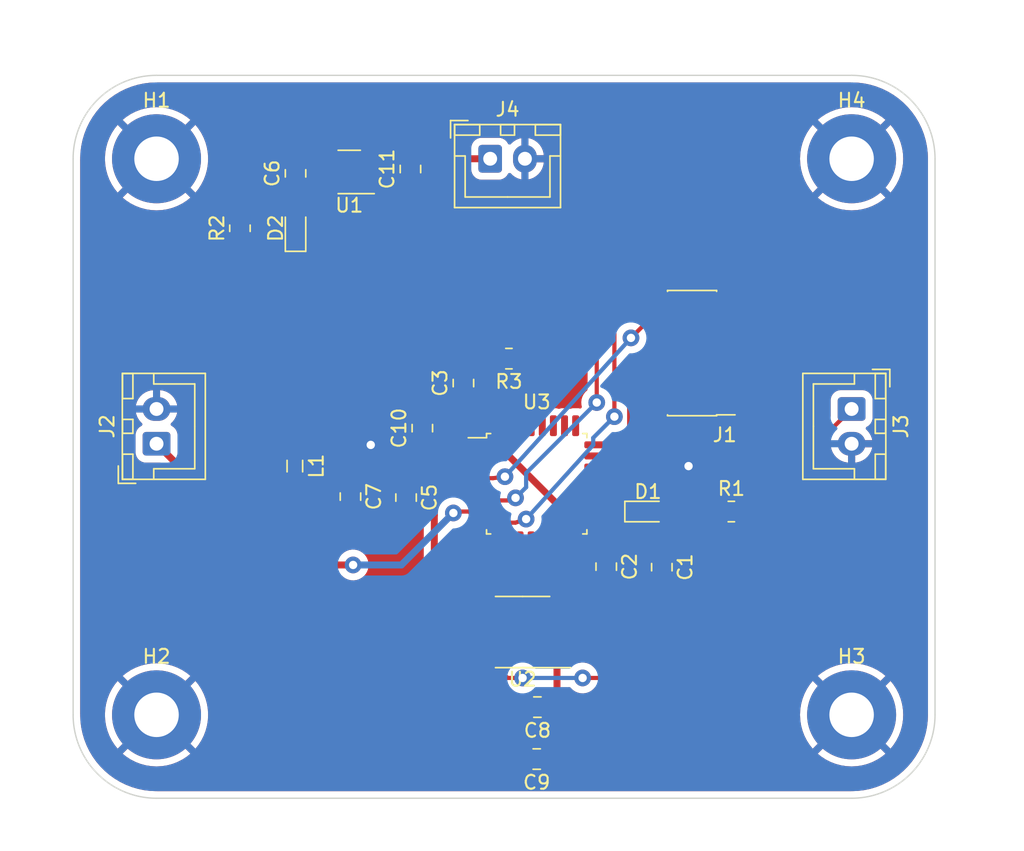
<source format=kicad_pcb>
(kicad_pcb (version 20211014) (generator pcbnew)
  (layers (0 "F.Cu" signal) (31 "B.Cu" signal) (34 "B.Paste" user) (35 "F.Paste" user) (36 "B.SilkS" user "B.Silkscreen") (37 "F.SilkS" user "F.Silkscreen") (38 "B.Mask" user) (39 "F.Mask" user) (44 "Edge.Cuts" user))
  (net 0 "")
  (net 1 "+3.3V")
  (net 2 "GND")
  (net 3 "+3.3VA")
  (net 4 "/BOOT0")
  (net 5 "NRST")
  (net 6 "+5V")
  (net 7 "Net-(D1-Pad1)")
  (net 8 "LED_STATUS")
  (net 9 "Net-(D2-Pad1)")
  (net 12 "SWDIO")
  (net 13 "SWCLK")
  (net 17 "USART2_RX")
  (net 18 "USART2_TX")
  (net 19 "ADC_IN1")
  (net 20 "DAC_OUT")
  (net 22 "DAC_nCS")
  (net 23 "SPI1_SCK")
  (net 24 "SPI1_MOSI")
  (net 25 "DAC_nLDAC")
  (footprint "MountingHole:MountingHole_3.2mm_M3_Pad" (layer "F.Cu") (at 90 80)
    (fp_text reference "H1" (at 0 -4.2) (layer "F.SilkS"))
    (fp_text value "MountingHole_Pad")
    (pad "1" thru_hole circle (at 0 0) (size 6.4 6.4) (drill 3.2) (layers *.Cu *.Mask) (net 2 "GND"))
  )
  (footprint "Connector_PinHeader_1.27mm:PinHeader_2x07_P1.27mm_Vertical_SMD" (layer "F.Cu") (at 128.524 93.98 180)
    (fp_text reference "J1" (at -2.348 -5.883) (layer "F.SilkS"))
    (fp_text value "Conn_02x07_Odd_Even")
    (fp_line (start -1.765 4.505) (end 1.765 4.505) (layer "F.SilkS") (width 0.12))
    (fp_line (start -1.765 -4.505) (end -1.765 -4.44) (layer "F.SilkS") (width 0.12))
    (fp_line (start 1.765 -4.505) (end 1.765 -4.44) (layer "F.SilkS") (width 0.12))
    (fp_line (start -1.765 -4.505) (end 1.765 -4.505) (layer "F.SilkS") (width 0.12))
    (fp_line (start 1.765 4.44) (end 1.765 4.505) (layer "F.SilkS") (width 0.12))
    (fp_line (start -1.765 4.44) (end -1.765 4.505) (layer "F.SilkS") (width 0.12))
    (fp_line (start -3.09 -4.44) (end -1.765 -4.44) (layer "F.SilkS") (width 0.12))
    (pad "1" smd rect (at -1.95 -3.81 180) (size 2.4 0.74) (layers "F.Cu" "F.Paste" "F.Mask"))
    (pad "2" smd rect (at 1.95 -3.81 180) (size 2.4 0.74) (layers "F.Cu" "F.Paste" "F.Mask"))
    (pad "3" smd rect (at -1.95 -2.54 180) (size 2.4 0.74) (layers "F.Cu" "F.Paste" "F.Mask") (net 1 "+3.3V"))
    (pad "4" smd rect (at 1.95 -2.54 180) (size 2.4 0.74) (layers "F.Cu" "F.Paste" "F.Mask") (net 12 "SWDIO"))
    (pad "5" smd rect (at -1.95 -1.27 180) (size 2.4 0.74) (layers "F.Cu" "F.Paste" "F.Mask") (net 2 "GND"))
    (pad "6" smd rect (at 1.95 -1.27 180) (size 2.4 0.74) (layers "F.Cu" "F.Paste" "F.Mask") (net 13 "SWCLK"))
    (pad "7" smd rect (at -1.95 0 180) (size 2.4 0.74) (layers "F.Cu" "F.Paste" "F.Mask") (net 2 "GND"))
    (pad "8" smd rect (at 1.95 0 180) (size 2.4 0.74) (layers "F.Cu" "F.Paste" "F.Mask"))
    (pad "9" smd rect (at -1.95 1.27 180) (size 2.4 0.74) (layers "F.Cu" "F.Paste" "F.Mask"))
    (pad "10" smd rect (at 1.95 1.27 180) (size 2.4 0.74) (layers "F.Cu" "F.Paste" "F.Mask"))
    (pad "11" smd rect (at -1.95 2.54 180) (size 2.4 0.74) (layers "F.Cu" "F.Paste" "F.Mask") (net 2 "GND"))
    (pad "12" smd rect (at 1.95 2.54 180) (size 2.4 0.74) (layers "F.Cu" "F.Paste" "F.Mask") (net 5 "NRST"))
    (pad "13" smd rect (at -1.95 3.81 180) (size 2.4 0.74) (layers "F.Cu" "F.Paste" "F.Mask") (net 17 "USART2_RX"))
    (pad "14" smd rect (at 1.95 3.81 180) (size 2.4 0.74) (layers "F.Cu" "F.Paste" "F.Mask") (net 18 "USART2_TX"))
  )
  (footprint "Capacitor_SMD:C_0805_2012Metric_Pad1.18x1.45mm_HandSolder" (layer "F.Cu") (at 117.348 123.181 180)
    (fp_text reference "C9" (at 0 -1.68) (layer "F.SilkS"))
    (fp_text value "100n")
    (fp_line (start -0.261252 -0.735) (end 0.261252 -0.735) (layer "F.SilkS") (width 0.12))
    (fp_line (start -0.261252 0.735) (end 0.261252 0.735) (layer "F.SilkS") (width 0.12))
    (pad "1" smd roundrect (at -1.0375 0 180) (size 1.175 1.45) (layers "F.Cu" "F.Paste" "F.Mask") (roundrect_rratio 0.212766) (net 3 "+3.3VA"))
    (pad "2" smd roundrect (at 1.0375 0 180) (size 1.175 1.45) (layers "F.Cu" "F.Paste" "F.Mask") (roundrect_rratio 0.212766) (net 2 "GND"))
  )
  (footprint "Connector_JST:JST_XH_B2B-XH-A_1x02_P2.50mm_Vertical" (layer "F.Cu") (at 140 98 -90)
    (fp_text reference "J3" (at 1.25 -3.55 90) (layer "F.SilkS"))
    (fp_text value "OUTPUT")
    (fp_line (start -1.8 -0.2) (end -1.8 2.75) (layer "F.SilkS") (width 0.12))
    (fp_line (start 5.06 3.51) (end 5.06 -2.46) (layer "F.SilkS") (width 0.12))
    (fp_line (start 3.25 -1.7) (end 5.05 -1.7) (layer "F.SilkS") (width 0.12))
    (fp_line (start 4.3 2.75) (end 1.25 2.75) (layer "F.SilkS") (width 0.12))
    (fp_line (start -1.6 -2.75) (end -2.85 -2.75) (layer "F.SilkS") (width 0.12))
    (fp_line (start 5.06 -2.46) (end -2.56 -2.46) (layer "F.SilkS") (width 0.12))
    (fp_line (start -2.55 -2.45) (end -2.55 -1.7) (layer "F.SilkS") (width 0.12))
    (fp_line (start -2.55 -1.7) (end -0.75 -1.7) (layer "F.SilkS") (width 0.12))
    (fp_line (start 5.05 -2.45) (end 3.25 -2.45) (layer "F.SilkS") (width 0.12))
    (fp_line (start 1.75 -2.45) (end 0.75 -2.45) (layer "F.SilkS") (width 0.12))
    (fp_line (start -2.85 -2.75) (end -2.85 -1.5) (layer "F.SilkS") (width 0.12))
    (fp_line (start 0.75 -1.7) (end 1.75 -1.7) (layer "F.SilkS") (width 0.12))
    (fp_line (start 5.05 -0.2) (end 4.3 -0.2) (layer "F.SilkS") (width 0.12))
    (fp_line (start 1.75 -1.7) (end 1.75 -2.45) (layer "F.SilkS") (width 0.12))
    (fp_line (start -2.56 3.51) (end 5.06 3.51) (layer "F.SilkS") (width 0.12))
    (fp_line (start 5.05 -1.7) (end 5.05 -2.45) (layer "F.SilkS") (width 0.12))
    (fp_line (start -2.56 -2.46) (end -2.56 3.51) (layer "F.SilkS") (width 0.12))
    (fp_line (start -0.75 -1.7) (end -0.75 -2.45) (layer "F.SilkS") (width 0.12))
    (fp_line (start 3.25 -2.45) (end 3.25 -1.7) (layer "F.SilkS") (width 0.12))
    (fp_line (start -0.75 -2.45) (end -2.55 -2.45) (layer "F.SilkS") (width 0.12))
    (fp_line (start -2.55 -0.2) (end -1.8 -0.2) (layer "F.SilkS") (width 0.12))
    (fp_line (start -1.8 2.75) (end 1.25 2.75) (layer "F.SilkS") (width 0.12))
    (fp_line (start 4.3 -0.2) (end 4.3 2.75) (layer "F.SilkS") (width 0.12))
    (fp_line (start 0.75 -2.45) (end 0.75 -1.7) (layer "F.SilkS") (width 0.12))
    (pad "1" thru_hole roundrect (at 0 0 270) (size 1.7 2) (drill 1) (layers *.Cu *.Mask) (roundrect_rratio 0.147059) (net 20 "DAC_OUT"))
    (pad "2" thru_hole oval (at 2.5 0 270) (size 1.7 2) (drill 1) (layers *.Cu *.Mask) (net 2 "GND"))
  )
  (footprint "Capacitor_SMD:C_0805_2012Metric_Pad1.18x1.45mm_HandSolder" (layer "F.Cu") (at 103.95 104.3025 -90)
    (fp_text reference "C7" (at 0 -1.68 90) (layer "F.SilkS"))
    (fp_text value "10n")
    (fp_line (start -0.261252 -0.735) (end 0.261252 -0.735) (layer "F.SilkS") (width 0.12))
    (fp_line (start -0.261252 0.735) (end 0.261252 0.735) (layer "F.SilkS") (width 0.12))
    (pad "1" smd roundrect (at -1.0375 0 270) (size 1.175 1.45) (layers "F.Cu" "F.Paste" "F.Mask") (roundrect_rratio 0.212766) (net 3 "+3.3VA"))
    (pad "2" smd roundrect (at 1.0375 0 270) (size 1.175 1.45) (layers "F.Cu" "F.Paste" "F.Mask") (roundrect_rratio 0.212766) (net 2 "GND"))
  )
  (footprint "MountingHole:MountingHole_3.2mm_M3_Pad" (layer "F.Cu") (at 140 80)
    (fp_text reference "H4" (at 0 -4.2) (layer "F.SilkS"))
    (fp_text value "MountingHole_Pad")
    (pad "1" thru_hole circle (at 0 0) (size 6.4 6.4) (drill 3.2) (layers *.Cu *.Mask) (net 2 "GND"))
  )
  (footprint "Package_SO:SOIC-8_3.9x4.9mm_P1.27mm" (layer "F.Cu") (at 116.332 114.046 180)
    (fp_text reference "U2" (at 0 -3.4) (layer "F.SilkS"))
    (fp_text value "MCP4801")
    (fp_line (start 0 2.56) (end 1.95 2.56) (layer "F.SilkS") (width 0.12))
    (fp_line (start 0 -2.56) (end 1.95 -2.56) (layer "F.SilkS") (width 0.12))
    (fp_line (start 0 2.56) (end -1.95 2.56) (layer "F.SilkS") (width 0.12))
    (fp_line (start 0 -2.56) (end -3.45 -2.56) (layer "F.SilkS") (width 0.12))
    (pad "1" smd roundrect (at -2.475 -1.905 180) (size 1.95 0.6) (layers "F.Cu" "F.Paste" "F.Mask") (net 3 "+3.3VA"))
    (pad "2" smd roundrect (at -2.475 -0.635 180) (size 1.95 0.6) (layers "F.Cu" "F.Paste" "F.Mask") (net 22 "DAC_nCS"))
    (pad "3" smd roundrect (at -2.475 0.635 180) (size 1.95 0.6) (layers "F.Cu" "F.Paste" "F.Mask") (net 23 "SPI1_SCK"))
    (pad "4" smd roundrect (at -2.475 1.905 180) (size 1.95 0.6) (layers "F.Cu" "F.Paste" "F.Mask") (net 24 "SPI1_MOSI"))
    (pad "5" smd roundrect (at 2.475 1.905 180) (size 1.95 0.6) (layers "F.Cu" "F.Paste" "F.Mask") (net 25 "DAC_nLDAC"))
    (pad "6" smd roundrect (at 2.475 0.635 180) (size 1.95 0.6) (layers "F.Cu" "F.Paste" "F.Mask") (net 3 "+3.3VA"))
    (pad "7" smd roundrect (at 2.475 -0.635 180) (size 1.95 0.6) (layers "F.Cu" "F.Paste" "F.Mask") (net 2 "GND"))
    (pad "8" smd roundrect (at 2.475 -1.905 180) (size 1.95 0.6) (layers "F.Cu" "F.Paste" "F.Mask") (net 20 "DAC_OUT"))
  )
  (footprint "Package_QFP:LQFP-32_7x7mm_P0.8mm" (layer "F.Cu") (at 117.348 103.378)
    (fp_text reference "U3" (at 0 -5.88) (layer "F.SilkS"))
    (fp_text value "STM32L021K4Tx")
    (fp_line (start -3.61 3.61) (end -3.61 3.31) (layer "F.SilkS") (width 0.12))
    (fp_line (start 3.61 3.61) (end 3.61 3.31) (layer "F.SilkS") (width 0.12))
    (fp_line (start -3.31 -3.61) (end -3.61 -3.61) (layer "F.SilkS") (width 0.12))
    (fp_line (start -3.61 -3.31) (end -4.925 -3.31) (layer "F.SilkS") (width 0.12))
    (fp_line (start -3.61 -3.61) (end -3.61 -3.31) (layer "F.SilkS") (width 0.12))
    (fp_line (start 3.31 -3.61) (end 3.61 -3.61) (layer "F.SilkS") (width 0.12))
    (fp_line (start 3.31 3.61) (end 3.61 3.61) (layer "F.SilkS") (width 0.12))
    (fp_line (start -3.31 3.61) (end -3.61 3.61) (layer "F.SilkS") (width 0.12))
    (fp_line (start 3.61 -3.61) (end 3.61 -3.31) (layer "F.SilkS") (width 0.12))
    (pad "1" smd roundrect (at -4.175 -2.8) (size 1.5 0.5) (layers "F.Cu" "F.Paste" "F.Mask") (net 1 "+3.3V"))
    (pad "2" smd roundrect (at -4.175 -2) (size 1.5 0.5) (layers "F.Cu" "F.Paste" "F.Mask"))
    (pad "3" smd roundrect (at -4.175 -1.2) (size 1.5 0.5) (layers "F.Cu" "F.Paste" "F.Mask"))
    (pad "4" smd roundrect (at -4.175 -0.4) (size 1.5 0.5) (layers "F.Cu" "F.Paste" "F.Mask") (net 5 "NRST"))
    (pad "5" smd roundrect (at -4.175 0.4) (size 1.5 0.5) (layers "F.Cu" "F.Paste" "F.Mask") (net 3 "+3.3VA"))
    (pad "6" smd roundrect (at -4.175 1.2) (size 1.5 0.5) (layers "F.Cu" "F.Paste" "F.Mask") (net 17 "USART2_RX"))
    (pad "7" smd roundrect (at -4.175 2) (size 1.5 0.5) (layers "F.Cu" "F.Paste" "F.Mask") (net 19 "ADC_IN1"))
    (pad "8" smd roundrect (at -4.175 2.8) (size 1.5 0.5) (layers "F.Cu" "F.Paste" "F.Mask") (net 18 "USART2_TX"))
    (pad "9" smd roundrect (at -2.8 4.175) (size 0.5 1.5) (layers "F.Cu" "F.Paste" "F.Mask") (net 25 "DAC_nLDAC"))
    (pad "10" smd roundrect (at -2 4.175) (size 0.5 1.5) (layers "F.Cu" "F.Paste" "F.Mask") (net 22 "DAC_nCS"))
    (pad "11" smd roundrect (at -1.2 4.175) (size 0.5 1.5) (layers "F.Cu" "F.Paste" "F.Mask") (net 23 "SPI1_SCK"))
    (pad "12" smd roundrect (at -0.4 4.175) (size 0.5 1.5) (layers "F.Cu" "F.Paste" "F.Mask"))
    (pad "13" smd roundrect (at 0.4 4.175) (size 0.5 1.5) (layers "F.Cu" "F.Paste" "F.Mask") (net 24 "SPI1_MOSI"))
    (pad "14" smd roundrect (at 1.2 4.175) (size 0.5 1.5) (layers "F.Cu" "F.Paste" "F.Mask"))
    (pad "15" smd roundrect (at 2 4.175) (size 0.5 1.5) (layers "F.Cu" "F.Paste" "F.Mask"))
    (pad "16" smd roundrect (at 2.8 4.175) (size 0.5 1.5) (layers "F.Cu" "F.Paste" "F.Mask") (net 2 "GND"))
    (pad "17" smd roundrect (at 4.175 2.8) (size 1.5 0.5) (layers "F.Cu" "F.Paste" "F.Mask") (net 1 "+3.3V"))
    (pad "18" smd roundrect (at 4.175 2) (size 1.5 0.5) (layers "F.Cu" "F.Paste" "F.Mask") (net 8 "LED_STATUS"))
    (pad "19" smd roundrect (at 4.175 1.2) (size 1.5 0.5) (layers "F.Cu" "F.Paste" "F.Mask"))
    (pad "20" smd roundrect (at 4.175 0.4) (size 1.5 0.5) (layers "F.Cu" "F.Paste" "F.Mask"))
    (pad "21" smd roundrect (at 4.175 -0.4) (size 1.5 0.5) (layers "F.Cu" "F.Paste" "F.Mask"))
    (pad "22" smd roundrect (at 4.175 -1.2) (size 1.5 0.5) (layers "F.Cu" "F.Paste" "F.Mask"))
    (pad "23" smd roundrect (at 4.175 -2) (size 1.5 0.5) (layers "F.Cu" "F.Paste" "F.Mask") (net 12 "SWDIO"))
    (pad "24" smd roundrect (at 4.175 -2.8) (size 1.5 0.5) (layers "F.Cu" "F.Paste" "F.Mask") (net 13 "SWCLK"))
    (pad "25" smd roundrect (at 2.8 -4.175) (size 0.5 1.5) (layers "F.Cu" "F.Paste" "F.Mask"))
    (pad "26" smd roundrect (at 2 -4.175) (size 0.5 1.5) (layers "F.Cu" "F.Paste" "F.Mask"))
    (pad "27" smd roundrect (at 1.2 -4.175) (size 0.5 1.5) (layers "F.Cu" "F.Paste" "F.Mask"))
    (pad "28" smd roundrect (at 0.4 -4.175) (size 0.5 1.5) (layers "F.Cu" "F.Paste" "F.Mask"))
    (pad "29" smd roundrect (at -0.4 -4.175) (size 0.5 1.5) (layers "F.Cu" "F.Paste" "F.Mask"))
    (pad "30" smd roundrect (at -1.2 -4.175) (size 0.5 1.5) (layers "F.Cu" "F.Paste" "F.Mask"))
    (pad "31" smd roundrect (at -2 -4.175) (size 0.5 1.5) (layers "F.Cu" "F.Paste" "F.Mask") (net 4 "/BOOT0"))
    (pad "32" smd roundrect (at -2.8 -4.175) (size 0.5 1.5) (layers "F.Cu" "F.Paste" "F.Mask") (net 2 "GND"))
  )
  (footprint "Capacitor_SMD:C_0805_2012Metric_Pad1.18x1.45mm_HandSolder" (layer "F.Cu") (at 107.95 104.3725 -90)
    (fp_text reference "C5" (at 0 -1.68 90) (layer "F.SilkS"))
    (fp_text value "1u")
    (fp_line (start -0.261252 0.735) (end 0.261252 0.735) (layer "F.SilkS") (width 0.12))
    (fp_line (start -0.261252 -0.735) (end 0.261252 -0.735) (layer "F.SilkS") (width 0.12))
    (pad "1" smd roundrect (at -1.0375 0 270) (size 1.175 1.45) (layers "F.Cu" "F.Paste" "F.Mask") (roundrect_rratio 0.212766) (net 3 "+3.3VA"))
    (pad "2" smd roundrect (at 1.0375 0 270) (size 1.175 1.45) (layers "F.Cu" "F.Paste" "F.Mask") (roundrect_rratio 0.212766) (net 2 "GND"))
  )
  (footprint "Capacitor_SMD:C_0805_2012Metric_Pad1.18x1.45mm_HandSolder" (layer "F.Cu") (at 126.348 109.378 -90)
    (fp_text reference "C1" (at 0 -1.68 90) (layer "F.SilkS"))
    (fp_text value "4u7")
    (fp_line (start -0.261252 -0.735) (end 0.261252 -0.735) (layer "F.SilkS") (width 0.12))
    (fp_line (start -0.261252 0.735) (end 0.261252 0.735) (layer "F.SilkS") (width 0.12))
    (pad "1" smd roundrect (at -1.0375 0 270) (size 1.175 1.45) (layers "F.Cu" "F.Paste" "F.Mask") (roundrect_rratio 0.212766) (net 1 "+3.3V"))
    (pad "2" smd roundrect (at 1.0375 0 270) (size 1.175 1.45) (layers "F.Cu" "F.Paste" "F.Mask") (roundrect_rratio 0.212766) (net 2 "GND"))
  )
  (footprint "LED_SMD:LED_0603_1608Metric_Pad1.05x0.95mm_HandSolder" (layer "F.Cu") (at 125.348 105.378)
    (fp_text reference "D1" (at 0 -1.43) (layer "F.SilkS"))
    (fp_text value "ORANGE_TLMO110-GS8")
    (fp_line (start -1.66 0.735) (end 0.8 0.735) (layer "F.SilkS") (width 0.12))
    (fp_line (start -1.66 -0.735) (end -1.66 0.735) (layer "F.SilkS") (width 0.12))
    (fp_line (start 0.8 -0.735) (end -1.66 -0.735) (layer "F.SilkS") (width 0.12))
    (pad "1" smd roundrect (at -0.875 0) (size 1.05 0.95) (layers "F.Cu" "F.Paste" "F.Mask") (net 7 "Net-(D1-Pad1)"))
    (pad "2" smd roundrect (at 0.875 0) (size 1.05 0.95) (layers "F.Cu" "F.Paste" "F.Mask") (net 8 "LED_STATUS"))
  )
  (footprint "Capacitor_SMD:C_0805_2012Metric_Pad1.18x1.45mm_HandSolder" (layer "F.Cu") (at 112.076 96.136 90)
    (fp_text reference "C3" (at 0 -1.68 90) (layer "F.SilkS"))
    (fp_text value "100n")
    (fp_line (start -0.261252 -0.735) (end 0.261252 -0.735) (layer "F.SilkS") (width 0.12))
    (fp_line (start -0.261252 0.735) (end 0.261252 0.735) (layer "F.SilkS") (width 0.12))
    (pad "1" smd roundrect (at -1.0375 0 90) (size 1.175 1.45) (layers "F.Cu" "F.Paste" "F.Mask") (roundrect_rratio 0.212766) (net 1 "+3.3V"))
    (pad "2" smd roundrect (at 1.0375 0 90) (size 1.175 1.45) (layers "F.Cu" "F.Paste" "F.Mask") (roundrect_rratio 0.212766) (net 2 "GND"))
  )
  (footprint "Package_TO_SOT_SMD:SOT-23-5" (layer "F.Cu") (at 103.8625 80.95 180)
    (fp_text reference "U1" (at 0 -2.4) (layer "F.SilkS"))
    (fp_text value "BU33SD5WG-TR")
    (fp_line (start 0 1.56) (end 0.8 1.56) (layer "F.SilkS") (width 0.12))
    (fp_line (start 0 1.56) (end -0.8 1.56) (layer "F.SilkS") (width 0.12))
    (fp_line (start 0 -1.56) (end -1.8 -1.56) (layer "F.SilkS") (width 0.12))
    (fp_line (start 0 -1.56) (end 0.8 -1.56) (layer "F.SilkS") (width 0.12))
    (pad "1" smd roundrect (at -1.1375 -0.95 180) (size 1.325 0.6) (layers "F.Cu" "F.Paste" "F.Mask") (net 6 "+5V"))
    (pad "2" smd roundrect (at -1.1375 0 180) (size 1.325 0.6) (layers "F.Cu" "F.Paste" "F.Mask") (net 2 "GND"))
    (pad "3" smd roundrect (at -1.1375 0.95 180) (size 1.325 0.6) (layers "F.Cu" "F.Paste" "F.Mask") (net 6 "+5V"))
    (pad "4" smd roundrect (at 1.1375 0.95 180) (size 1.325 0.6) (layers "F.Cu" "F.Paste" "F.Mask"))
    (pad "5" smd roundrect (at 1.1375 -0.95 180) (size 1.325 0.6) (layers "F.Cu" "F.Paste" "F.Mask") (net 1 "+3.3V"))
  )
  (footprint "Connector_JST:JST_XH_B2B-XH-A_1x02_P2.50mm_Vertical" (layer "F.Cu") (at 114 80)
    (fp_text reference "J4" (at 1.25 -3.55) (layer "F.SilkS"))
    (fp_text value "POWER")
    (fp_line (start 0.75 -2.45) (end 0.75 -1.7) (layer "F.SilkS") (width 0.12))
    (fp_line (start -2.56 3.51) (end 5.06 3.51) (layer "F.SilkS") (width 0.12))
    (fp_line (start -2.55 -1.7) (end -0.75 -1.7) (layer "F.SilkS") (width 0.12))
    (fp_line (start 5.05 -0.2) (end 4.3 -0.2) (layer "F.SilkS") (width 0.12))
    (fp_line (start -1.8 -0.2) (end -1.8 2.75) (layer "F.SilkS") (width 0.12))
    (fp_line (start 5.06 -2.46) (end -2.56 -2.46) (layer "F.SilkS") (width 0.12))
    (fp_line (start 1.75 -1.7) (end 1.75 -2.45) (layer "F.SilkS") (width 0.12))
    (fp_line (start -2.56 -2.46) (end -2.56 3.51) (layer "F.SilkS") (width 0.12))
    (fp_line (start 3.25 -1.7) (end 5.05 -1.7) (layer "F.SilkS") (width 0.12))
    (fp_line (start 1.75 -2.45) (end 0.75 -2.45) (layer "F.SilkS") (width 0.12))
    (fp_line (start -2.55 -0.2) (end -1.8 -0.2) (layer "F.SilkS") (width 0.12))
    (fp_line (start -1.6 -2.75) (end -2.85 -2.75) (layer "F.SilkS") (width 0.12))
    (fp_line (start -2.55 -2.45) (end -2.55 -1.7) (layer "F.SilkS") (width 0.12))
    (fp_line (start 0.75 -1.7) (end 1.75 -1.7) (layer "F.SilkS") (width 0.12))
    (fp_line (start -1.8 2.75) (end 1.25 2.75) (layer "F.SilkS") (width 0.12))
    (fp_line (start -0.75 -1.7) (end -0.75 -2.45) (layer "F.SilkS") (width 0.12))
    (fp_line (start 5.06 3.51) (end 5.06 -2.46) (layer "F.SilkS") (width 0.12))
    (fp_line (start 5.05 -1.7) (end 5.05 -2.45) (layer "F.SilkS") (width 0.12))
    (fp_line (start 4.3 2.75) (end 1.25 2.75) (layer "F.SilkS") (width 0.12))
    (fp_line (start -2.85 -2.75) (end -2.85 -1.5) (layer "F.SilkS") (width 0.12))
    (fp_line (start 5.05 -2.45) (end 3.25 -2.45) (layer "F.SilkS") (width 0.12))
    (fp_line (start -0.75 -2.45) (end -2.55 -2.45) (layer "F.SilkS") (width 0.12))
    (fp_line (start 3.25 -2.45) (end 3.25 -1.7) (layer "F.SilkS") (width 0.12))
    (fp_line (start 4.3 -0.2) (end 4.3 2.75) (layer "F.SilkS") (width 0.12))
    (pad "1" thru_hole roundrect (at 0 0) (size 1.7 2) (drill 1) (layers *.Cu *.Mask) (roundrect_rratio 0.147059) (net 6 "+5V"))
    (pad "2" thru_hole oval (at 2.5 0) (size 1.7 2) (drill 1) (layers *.Cu *.Mask) (net 2 "GND"))
  )
  (footprint "Inductor_SMD:L_0805_2012Metric_Pad1.05x1.20mm_HandSolder" (layer "F.Cu") (at 99.95 102.108 -90)
    (fp_text reference "L1" (at 0 -1.55 90) (layer "F.SilkS"))
    (fp_text value "39n")
    (fp_line (start -0.410242 0.56) (end 0.410242 0.56) (layer "F.SilkS") (width 0.12))
    (fp_line (start -0.410242 -0.56) (end 0.410242 -0.56) (layer "F.SilkS") (width 0.12))
    (pad "1" smd roundrect (at -1.15 0 270) (size 1.05 1.2) (layers "F.Cu" "F.Paste" "F.Mask") (roundrect_rratio 0.238095) (net 1 "+3.3V"))
    (pad "2" smd roundrect (at 1.15 0 270) (size 1.05 1.2) (layers "F.Cu" "F.Paste" "F.Mask") (roundrect_rratio 0.238095) (net 3 "+3.3VA"))
  )
  (footprint "Capacitor_SMD:C_0805_2012Metric_Pad1.18x1.45mm_HandSolder" (layer "F.Cu") (at 122.348 109.3405 -90)
    (fp_text reference "C2" (at 0 -1.68 90) (layer "F.SilkS"))
    (fp_text value "100n")
    (fp_line (start -0.261252 -0.735) (end 0.261252 -0.735) (layer "F.SilkS") (width 0.12))
    (fp_line (start -0.261252 0.735) (end 0.261252 0.735) (layer "F.SilkS") (width 0.12))
    (pad "1" smd roundrect (at -1.0375 0 270) (size 1.175 1.45) (layers "F.Cu" "F.Paste" "F.Mask") (roundrect_rratio 0.212766) (net 1 "+3.3V"))
    (pad "2" smd roundrect (at 1.0375 0 270) (size 1.175 1.45) (layers "F.Cu" "F.Paste" "F.Mask") (roundrect_rratio 0.212766) (net 2 "GND"))
  )
  (footprint "Resistor_SMD:R_0805_2012Metric_Pad1.20x1.40mm_HandSolder" (layer "F.Cu") (at 131.348 105.378)
    (fp_text reference "R1" (at 0 -1.65) (layer "F.SilkS"))
    (fp_text value "1k")
    (fp_line (start -0.227064 -0.735) (end 0.227064 -0.735) (layer "F.SilkS") (width 0.12))
    (fp_line (start -0.227064 0.735) (end 0.227064 0.735) (layer "F.SilkS") (width 0.12))
    (pad "1" smd roundrect (at -1 0) (size 1.2 1.4) (layers "F.Cu" "F.Paste" "F.Mask") (roundrect_rratio 0.208333) (net 7 "Net-(D1-Pad1)"))
    (pad "2" smd roundrect (at 1 0) (size 1.2 1.4) (layers "F.Cu" "F.Paste" "F.Mask") (roundrect_rratio 0.208333) (net 2 "GND"))
  )
  (footprint "Connector_JST:JST_XH_B2B-XH-A_1x02_P2.50mm_Vertical" (layer "F.Cu") (at 90 100.5 90)
    (fp_text reference "J2" (at 1.25 -3.55 90) (layer "F.SilkS"))
    (fp_text value "INPUT")
    (fp_line (start 4.3 -0.2) (end 4.3 2.75) (layer "F.SilkS") (width 0.12))
    (fp_line (start -2.55 -2.45) (end -2.55 -1.7) (layer "F.SilkS") (width 0.12))
    (fp_line (start -2.56 3.51) (end 5.06 3.51) (layer "F.SilkS") (width 0.12))
    (fp_line (start -0.75 -1.7) (end -0.75 -2.45) (layer "F.SilkS") (width 0.12))
    (fp_line (start 5.05 -1.7) (end 5.05 -2.45) (layer "F.SilkS") (width 0.12))
    (fp_line (start 5.05 -2.45) (end 3.25 -2.45) (layer "F.SilkS") (width 0.12))
    (fp_line (start -1.6 -2.75) (end -2.85 -2.75) (layer "F.SilkS") (width 0.12))
    (fp_line (start 3.25 -1.7) (end 5.05 -1.7) (layer "F.SilkS") (width 0.12))
    (fp_line (start -2.55 -1.7) (end -0.75 -1.7) (layer "F.SilkS") (width 0.12))
    (fp_line (start 0.75 -2.45) (end 0.75 -1.7) (layer "F.SilkS") (width 0.12))
    (fp_line (start 1.75 -2.45) (end 0.75 -2.45) (layer "F.SilkS") (width 0.12))
    (fp_line (start 5.05 -0.2) (end 4.3 -0.2) (layer "F.SilkS") (width 0.12))
    (fp_line (start -0.75 -2.45) (end -2.55 -2.45) (layer "F.SilkS") (width 0.12))
    (fp_line (start 1.75 -1.7) (end 1.75 -2.45) (layer "F.SilkS") (width 0.12))
    (fp_line (start 0.75 -1.7) (end 1.75 -1.7) (layer "F.SilkS") (width 0.12))
    (fp_line (start -2.55 -0.2) (end -1.8 -0.2) (layer "F.SilkS") (width 0.12))
    (fp_line (start 4.3 2.75) (end 1.25 2.75) (layer "F.SilkS") (width 0.12))
    (fp_line (start 5.06 3.51) (end 5.06 -2.46) (layer "F.SilkS") (width 0.12))
    (fp_line (start 5.06 -2.46) (end -2.56 -2.46) (layer "F.SilkS") (width 0.12))
    (fp_line (start -2.85 -2.75) (end -2.85 -1.5) (layer "F.SilkS") (width 0.12))
    (fp_line (start -1.8 -0.2) (end -1.8 2.75) (layer "F.SilkS") (width 0.12))
    (fp_line (start -1.8 2.75) (end 1.25 2.75) (layer "F.SilkS") (width 0.12))
    (fp_line (start 3.25 -2.45) (end 3.25 -1.7) (layer "F.SilkS") (width 0.12))
    (fp_line (start -2.56 -2.46) (end -2.56 3.51) (layer "F.SilkS") (width 0.12))
    (pad "1" thru_hole roundrect (at 0 0 90) (size 1.7 2) (drill 1) (layers *.Cu *.Mask) (roundrect_rratio 0.147059) (net 19 "ADC_IN1"))
    (pad "2" thru_hole oval (at 2.5 0 90) (size 1.7 2) (drill 1) (layers *.Cu *.Mask) (net 2 "GND"))
  )
  (footprint "Capacitor_SMD:C_0805_2012Metric_Pad1.18x1.45mm_HandSolder" (layer "F.Cu") (at 109.1205 99.378 90)
    (fp_text reference "C10" (at 0 -1.68 90) (layer "F.SilkS"))
    (fp_text value "100n")
    (fp_line (start -0.261252 -0.735) (end 0.261252 -0.735) (layer "F.SilkS") (width 0.12))
    (fp_line (start -0.261252 0.735) (end 0.261252 0.735) (layer "F.SilkS") (width 0.12))
    (pad "1" smd roundrect (at -1.0375 0 90) (size 1.175 1.45) (layers "F.Cu" "F.Paste" "F.Mask") (roundrect_rratio 0.212766) (net 5 "NRST"))
    (pad "2" smd roundrect (at 1.0375 0 90) (size 1.175 1.45) (layers "F.Cu" "F.Paste" "F.Mask") (roundrect_rratio 0.212766) (net 2 "GND"))
  )
  (footprint "MountingHole:MountingHole_3.2mm_M3_Pad" (layer "F.Cu") (at 90 120)
    (fp_text reference "H2" (at 0 -4.2) (layer "F.SilkS"))
    (fp_text value "MountingHole_Pad")
    (pad "1" thru_hole circle (at 0 0) (size 6.4 6.4) (drill 3.2) (layers *.Cu *.Mask) (net 2 "GND"))
  )
  (footprint "Capacitor_SMD:C_0805_2012Metric" (layer "F.Cu") (at 117.398 119.446 180)
    (fp_text reference "C8" (at 0 -1.68) (layer "F.SilkS"))
    (fp_text value "10u")
    (fp_line (start -0.261252 -0.735) (end 0.261252 -0.735) (layer "F.SilkS") (width 0.12))
    (fp_line (start -0.261252 0.735) (end 0.261252 0.735) (layer "F.SilkS") (width 0.12))
    (pad "1" smd roundrect (at -0.95 0 180) (size 1 1.45) (layers "F.Cu" "F.Paste" "F.Mask") (net 3 "+3.3VA"))
    (pad "2" smd roundrect (at 0.95 0 180) (size 1 1.45) (layers "F.Cu" "F.Paste" "F.Mask") (net 2 "GND"))
  )
  (footprint "Capacitor_SMD:C_0805_2012Metric" (layer "F.Cu") (at 108.265 80.738748 90)
    (fp_text reference "C11" (at 0 -1.68 90) (layer "F.SilkS"))
    (fp_text value "1uF")
    (fp_line (start -0.261252 0.735) (end 0.261252 0.735) (layer "F.SilkS") (width 0.12))
    (fp_line (start -0.261252 -0.735) (end 0.261252 -0.735) (layer "F.SilkS") (width 0.12))
    (pad "1" smd roundrect (at -0.95 0 90) (size 1 1.45) (layers "F.Cu" "F.Paste" "F.Mask") (net 6 "+5V"))
    (pad "2" smd roundrect (at 0.95 0 90) (size 1 1.45) (layers "F.Cu" "F.Paste" "F.Mask") (net 2 "GND"))
  )
  (footprint "LED_SMD:LED_0603_1608Metric_Pad1.05x0.95mm_HandSolder" (layer "F.Cu") (at 100 85 90)
    (fp_text reference "D2" (at 0 -1.43 90) (layer "F.SilkS"))
    (fp_text value "GREEN LED")
    (fp_line (start 0.8 -0.735) (end -1.66 -0.735) (layer "F.SilkS") (width 0.12))
    (fp_line (start -1.66 -0.735) (end -1.66 0.735) (layer "F.SilkS") (width 0.12))
    (fp_line (start -1.66 0.735) (end 0.8 0.735) (layer "F.SilkS") (width 0.12))
    (pad "1" smd roundrect (at -0.875 0 90) (size 1.05 0.95) (layers "F.Cu" "F.Paste" "F.Mask") (net 9 "Net-(D2-Pad1)"))
    (pad "2" smd roundrect (at 0.875 0 90) (size 1.05 0.95) (layers "F.Cu" "F.Paste" "F.Mask") (net 1 "+3.3V"))
  )
  (footprint "Resistor_SMD:R_0805_2012Metric_Pad1.20x1.40mm_HandSolder" (layer "F.Cu") (at 96 85 90)
    (fp_text reference "R2" (at 0 -1.65 90) (layer "F.SilkS"))
    (fp_text value "1k")
    (fp_line (start -0.227064 0.735) (end 0.227064 0.735) (layer "F.SilkS") (width 0.12))
    (fp_line (start -0.227064 -0.735) (end 0.227064 -0.735) (layer "F.SilkS") (width 0.12))
    (pad "1" smd roundrect (at -1 0 90) (size 1.2 1.4) (layers "F.Cu" "F.Paste" "F.Mask") (roundrect_rratio 0.208333) (net 9 "Net-(D2-Pad1)"))
    (pad "2" smd roundrect (at 1 0 90) (size 1.2 1.4) (layers "F.Cu" "F.Paste" "F.Mask") (roundrect_rratio 0.208333) (net 2 "GND"))
  )
  (footprint "Resistor_SMD:R_0805_2012Metric_Pad1.20x1.40mm_HandSolder" (layer "F.Cu") (at 115.348 94.378 180)
    (fp_text reference "R3" (at 0 -1.65) (layer "F.SilkS"))
    (fp_text value "100k")
    (fp_line (start -0.227064 -0.735) (end 0.227064 -0.735) (layer "F.SilkS") (width 0.12))
    (fp_line (start -0.227064 0.735) (end 0.227064 0.735) (layer "F.SilkS") (width 0.12))
    (pad "1" smd roundrect (at -1 0 180) (size 1.2 1.4) (layers "F.Cu" "F.Paste" "F.Mask") (roundrect_rratio 0.208333) (net 4 "/BOOT0"))
    (pad "2" smd roundrect (at 1 0 180) (size 1.2 1.4) (layers "F.Cu" "F.Paste" "F.Mask") (roundrect_rratio 0.208333) (net 2 "GND"))
  )
  (footprint "MountingHole:MountingHole_3.2mm_M3_Pad" (layer "F.Cu") (at 140 120)
    (fp_text reference "H3" (at 0 -4.2) (layer "F.SilkS"))
    (fp_text value "MountingHole_Pad")
    (pad "1" thru_hole circle (at 0 0) (size 6.4 6.4) (drill 3.2) (layers *.Cu *.Mask) (net 2 "GND"))
  )
  (footprint "Capacitor_SMD:C_0805_2012Metric" (layer "F.Cu") (at 100 81.05 90)
    (fp_text reference "C6" (at 0 -1.68 90) (layer "F.SilkS"))
    (fp_text value "1uF")
    (fp_line (start -0.261252 0.735) (end 0.261252 0.735) (layer "F.SilkS") (width 0.12))
    (fp_line (start -0.261252 -0.735) (end 0.261252 -0.735) (layer "F.SilkS") (width 0.12))
    (pad "1" smd roundrect (at -0.95 0 90) (size 1 1.45) (layers "F.Cu" "F.Paste" "F.Mask") (net 1 "+3.3V"))
    (pad "2" smd roundrect (at 0.95 0 90) (size 1 1.45) (layers "F.Cu" "F.Paste" "F.Mask") (net 2 "GND"))
  )
  (gr_line (start 90 74) (end 140 74) (layer "Edge.Cuts") (width 0.1))
  (gr_line (start 140 126) (end 90 126) (layer "Edge.Cuts") (width 0.1))
  (gr_arc (start 140 74) (mid 144.242641 75.757359) (end 146 80) (layer "Edge.Cuts") (width 0.1))
  (gr_line (start 146 80) (end 146 120) (layer "Edge.Cuts") (width 0.1))
  (gr_arc (start 84 80) (mid 85.757359 75.757359) (end 90 74) (layer "Edge.Cuts") (width 0.1))
  (gr_arc (start 146 120) (mid 144.242641 124.242641) (end 140 126) (layer "Edge.Cuts") (width 0.1))
  (gr_line (start 84 120) (end 84 80) (layer "Edge.Cuts") (width 0.1))
  (gr_arc (start 90 126) (mid 85.757359 124.242641) (end 84 120) (layer "Edge.Cuts") (width 0.1))
  (gr_text "THOMAS Farima\nNOYON Yaëlle" (at 103.6 121) (layer "F.Cu") (effects (font (size 1.5 1.5) (thickness 0.3))))
  (segment (start 106.3175 88.2835) (end 106.3175 97.1735) (width 0.5) (layer "F.Cu") (net 1))
  (segment (start 114.548 100.578) (end 113.173 100.578) (width 0.5) (layer "F.Cu") (net 1))
  (segment (start 132.7595 108.3405) (end 126.348 108.3405) (width 0.5) (layer "F.Cu") (net 1))
  (segment (start 100 84.125) (end 100 82) (width 0.5) (layer "F.Cu") (net 1))
  (segment (start 130.474 96.52) (end 131.674 96.52) (width 0.5) (layer "F.Cu") (net 1))
  (segment (start 122.348 108.303) (end 122.348 107.003) (width 0.5) (layer "F.Cu") (net 1))
  (segment (start 134.2 106.9) (end 132.7595 108.3405) (width 0.5) (layer "F.Cu") (net 1))
  (segment (start 120.148 106.178) (end 114.548 100.578) (width 0.5) (layer "F.Cu") (net 1))
  (segment (start 122.3855 108.3405) (end 122.348 108.303) (width 0.5) (layer "F.Cu") (net 1))
  (segment (start 99.95 100.958) (end 99.95 98.678) (width 0.5) (layer "F.Cu") (net 1))
  (segment (start 121.523 106.178) (end 120.148 106.178) (width 0.5) (layer "F.Cu") (net 1))
  (segment (start 134.2 99.046) (end 134.2 106.9) (width 0.5) (layer "F.Cu") (net 1))
  (segment (start 100 82) (end 102.625 82) (width 0.5) (layer "F.Cu") (net 1))
  (segment (start 99.95 98.678) (end 101.4545 97.1735) (width 0.5) (layer "F.Cu") (net 1))
  (segment (start 126.348 108.3405) (end 122.3855 108.3405) (width 0.5) (layer "F.Cu") (net 1))
  (segment (start 102.625 82) (end 102.725 81.9) (width 0.5) (layer "F.Cu") (net 1))
  (segment (start 112.076 97.1735) (end 106.3175 97.1735) (width 0.5) (layer "F.Cu") (net 1))
  (segment (start 101.4545 97.1735) (end 106.3175 97.1735) (width 0.5) (layer "F.Cu") (net 1))
  (segment (start 112.076 97.1735) (end 112.076 99.481) (width 0.5) (layer "F.Cu") (net 1))
  (segment (start 112.076 99.481) (end 113.173 100.578) (width 0.5) (layer "F.Cu") (net 1))
  (segment (start 122.348 107.003) (end 121.523 106.178) (width 0.5) (layer "F.Cu") (net 1))
  (segment (start 100 84.125) (end 102.159 84.125) (width 0.5) (layer "F.Cu") (net 1))
  (segment (start 102.159 84.125) (end 106.3175 88.2835) (width 0.5) (layer "F.Cu") (net 1))
  (segment (start 131.674 96.52) (end 134.2 99.046) (width 0.5) (layer "F.Cu") (net 1))
  (via (at 128.27 102.108) (size 1.2) (drill 0.6) (layers "F.Cu" "B.Cu") (net 2))
  (via (at 105.41 100.584) (size 1.2) (drill 0.6) (layers "F.Cu" "B.Cu") (net 2))
  (segment (start 113.173 103.778) (end 110.278 103.778) (width 0.3) (layer "F.Cu") (net 3))
  (segment (start 109.835 103.335) (end 109.235 103.335) (width 0.5) (layer "F.Cu") (net 3))
  (segment (start 118.807 118.987) (end 118.348 119.446) (width 0.5) (layer "F.Cu") (net 3))
  (segment (start 118.3855 119.4835) (end 118.348 119.446) (width 0.5) (layer "F.Cu") (net 3))
  (segment (start 115.189 113.411) (end 117.729 115.951) (width 0.5) (layer "F.Cu") (net 3))
  (segment (start 99.95 103.26) (end 103.945 103.26) (width 0.5) (layer "F.Cu") (net 3))
  (segment (start 109.974 104.074) (end 109.235 103.335) (width 0.5) (layer "F.Cu") (net 3))
  (segment (start 107.95 103.335) (end 107.95 103.607551) (width 0.5) (layer "F.Cu") (net 3))
  (segment (start 109.982 105.639551) (end 109.982 110.49) (width 0.5) (layer "F.Cu") (net 3))
  (segment (start 109.982 105.639551) (end 109.982 104.074) (width 0.5) (layer "F.Cu") (net 3))
  (segment (start 103.95 103.265) (end 107.88 103.265) (width 0.5) (layer "F.Cu") (net 3))
  (segment (start 113.857 113.411) (end 115.189 113.411) (width 0.5) (layer "F.Cu") (net 3))
  (segment (start 112.903 113.411) (end 113.857 113.411) (width 0.5) (layer "F.Cu") (net 3))
  (segment (start 109.235 103.335) (end 107.95 103.335) (width 0.5) (layer "F.Cu") (net 3))
  (segment (start 109.982 104.074) (end 109.982 103.482) (width 0.5) (layer "F.Cu") (net 3))
  (segment (start 110.278 103.778) (end 109.835 103.335) (width 0.5) (layer "F.Cu") (net 3))
  (segment (start 109.982 104.074) (end 110.278 103.778) (width 0.5) (layer "F.Cu") (net 3))
  (segment (start 103.945 103.26) (end 103.95 103.265) (width 0.5) (layer "F.Cu") (net 3))
  (segment (start 118.807 115.951) (end 118.807 118.987) (width 0.5) (layer "F.Cu") (net 3))
  (segment (start 109.982 103.482) (end 109.835 103.335) (width 0.5) (layer "F.Cu") (net 3))
  (segment (start 109.982 104.074) (end 109.974 104.074) (width 0.5) (layer "F.Cu") (net 3))
  (segment (start 118.3855 123.181) (end 118.3855 119.4835) (width 0.5) (layer "F.Cu") (net 3))
  (segment (start 107.88 103.265) (end 107.95 103.335) (width 0.5) (layer "F.Cu") (net 3))
  (segment (start 109.982 110.49) (end 112.903 113.411) (width 0.5) (layer "F.Cu") (net 3))
  (segment (start 117.729 115.951) (end 118.807 115.951) (width 0.5) (layer "F.Cu") (net 3))
  (segment (start 115.348 99.203) (end 115.348 95.378) (width 0.3) (layer "F.Cu") (net 4))
  (segment (start 115.348 95.378) (end 116.348 94.378) (width 0.3) (layer "F.Cu") (net 4))
  (segment (start 124.128 92.886) (end 125.574 91.44) (width 0.3) (layer "F.Cu") (net 5))
  (segment (start 109.988749 100.4155) (end 112.551249 102.978) (width 0.3) (layer "F.Cu") (net 5))
  (segment (start 109.1205 100.4155) (end 109.988749 100.4155) (width 0.3) (layer "F.Cu") (net 5))
  (segment (start 114.192 102.978) (end 113.173 102.978) (width 0.3) (layer "F.Cu") (net 5))
  (segment (start 115.062 102.87) (end 114.192 102.978) (width 0.3) (layer "F.Cu") (net 5))
  (segment (start 112.551249 102.978) (end 113.173 102.978) (width 0.3) (layer "F.Cu") (net 5))
  (segment (start 125.574 91.44) (end 126.574 91.44) (width 0.3) (layer "F.Cu") (net 5))
  (via (at 115.062 102.87) (size 1.2) (drill 0.6) (layers "F.Cu" "B.Cu") (net 5))
  (via (at 124.128 92.886) (size 1.2) (drill 0.6) (layers "F.Cu" "B.Cu") (net 5))
  (segment (start 124.128 92.886) (end 115.062 102.87) (width 0.3) (layer "B.Cu") (net 5))
  (segment (start 109.953748 80) (end 108.265 81.688748) (width 0.5) (layer "F.Cu") (net 6))
  (segment (start 105 81.9) (end 104.252 81.9) (width 0.3) (layer "F.Cu") (net 6))
  (segment (start 103.886 81.534) (end 103.886 80.264) (width 0.3) (layer "F.Cu") (net 6))
  (segment (start 105 81.9) (end 108.053748 81.9) (width 0.5) (layer "F.Cu") (net 6))
  (segment (start 108.053748 81.9) (end 108.265 81.688748) (width 0.5) (layer "F.Cu") (net 6))
  (segment (start 104.15 80) (end 105 80) (width 0.3) (layer "F.Cu") (net 6))
  (segment (start 104.252 81.9) (end 103.886 81.534) (width 0.3) (layer "F.Cu") (net 6))
  (segment (start 114 80) (end 109.953748 80) (width 0.5) (layer "F.Cu") (net 6))
  (segment (start 103.886 80.264) (end 104.15 80) (width 0.3) (layer "F.Cu") (net 6))
  (segment (start 130.348 105.378) (end 129.523 106.203) (width 0.3) (layer "F.Cu") (net 7))
  (segment (start 129.523 106.203) (end 125.298 106.203) (width 0.3) (layer "F.Cu") (net 7))
  (segment (start 125.298 106.203) (end 124.473 105.378) (width 0.3) (layer "F.Cu") (net 7))
  (segment (start 125.398 104.553) (end 122.969751 104.553) (width 0.3) (layer "F.Cu") (net 8))
  (segment (start 122.969751 104.553) (end 122.144751 105.378) (width 0.3) (layer "F.Cu") (net 8))
  (segment (start 122.144751 105.378) (end 121.523 105.378) (width 0.3) (layer "F.Cu") (net 8))
  (segment (start 126.223 105.378) (end 125.398 104.553) (width 0.3) (layer "F.Cu") (net 8))
  (segment (start 96.125 85.875) (end 96 86) (width 0.3) (layer "F.Cu") (net 9))
  (segment (start 100 85.875) (end 96.125 85.875) (width 0.3) (layer "F.Cu") (net 9))
  (segment (start 126.574 96.52) (end 125.574 96.52) (width 0.3) (layer "F.Cu") (net 12))
  (segment (start 124.7 97.394) (end 124.7 99.836) (width 0.3) (layer "F.Cu") (net 12))
  (segment (start 124.7 99.836) (end 123.158 101.378) (width 0.3) (layer "F.Cu") (net 12))
  (segment (start 125.574 96.52) (end 124.7 97.394) (width 0.3) (layer "F.Cu") (net 12))
  (segment (start 123.158 101.378) (end 121.523 101.378) (width 0.3) (layer "F.Cu") (net 12))
  (segment (start 122.942 100.578) (end 121.523 100.578) (width 0.3) (layer "F.Cu") (net 13))
  (segment (start 126.574 95.25) (end 125.744 95.25) (width 0.3) (layer "F.Cu") (net 13))
  (segment (start 124 96.994) (end 124 99.52) (width 0.3) (layer "F.Cu") (net 13))
  (segment (start 124 99.52) (end 122.942 100.578) (width 0.3) (layer "F.Cu") (net 13))
  (segment (start 125.744 95.25) (end 124 96.994) (width 0.3) (layer "F.Cu") (net 13))
  (segment (start 121.666 90.834) (end 123.9 88.6) (width 0.3) (layer "F.Cu") (net 17))
  (segment (start 128.904 88.6) (end 130.474 90.17) (width 0.3) (layer "F.Cu") (net 17))
  (segment (start 121.666 97.536) (end 121.666 90.834) (width 0.3) (layer "F.Cu") (net 17))
  (segment (start 115.64 104.578) (end 115.824 104.394) (width 0.3) (layer "F.Cu") (net 17))
  (segment (start 123.9 88.6) (end 128.904 88.6) (width 0.3) (layer "F.Cu") (net 17))
  (segment (start 113.173 104.578) (end 115.64 104.578) (width 0.3) (layer "F.Cu") (net 17))
  (via (at 121.666 97.536) (size 1.2) (drill 0.6) (layers "F.Cu" "B.Cu") (net 17))
  (via (at 115.824 104.394) (size 1.2) (drill 0.6) (layers "F.Cu" "B.Cu") (net 17))
  (segment (start 116.586 103.632) (end 115.824 104.394) (width 0.3) (layer "B.Cu") (net 17))
  (segment (start 121.666 97.536) (end 116.586 102.616) (width 0.3) (layer "B.Cu") (net 17))
  (segment (start 116.586 102.616) (end 116.586 103.632) (width 0.3) (layer "B.Cu") (net 17))
  (segment (start 116.586 105.918) (end 115.818 106.178) (width 0.3) (layer "F.Cu") (net 18))
  (segment (start 126.574 90.17) (end 124.63 90.17) (width 0.3) (layer "F.Cu") (net 18))
  (segment (start 115.818 106.178) (end 113.173 106.178) (width 0.3) (layer "F.Cu") (net 18))
  (segment (start 124.63 90.17) (end 122.936 91.864) (width 0.3) (layer "F.Cu") (net 18))
  (segment (start 122.936 91.864) (end 122.936 98.552) (width 0.3) (layer "F.Cu") (net 18))
  (via (at 122.936 98.552) (size 1.2) (drill 0.6) (layers "F.Cu" "B.Cu") (net 18))
  (via (at 116.586 105.918) (size 1.2) (drill 0.6) (layers "F.Cu" "B.Cu") (net 18))
  (segment (start 121.412 100.076) (end 122.936 98.552) (width 0.3) (layer "B.Cu") (net 18))
  (segment (start 116.586 105.918) (end 121.412 100.584) (width 0.3) (layer "B.Cu") (net 18))
  (segment (start 121.412 100.584) (end 121.412 100.076) (width 0.3) (layer "B.Cu") (net 18))
  (segment (start 98.72 109.22) (end 104.14 109.22) (width 0.5) (layer "F.Cu") (net 19))
  (segment (start 111.454975 105.378) (end 111.353102 105.479873) (width 0.5) (layer "F.Cu") (net 19))
  (segment (start 113.173 105.378) (end 111.454975 105.378) (width 0.3) (layer "F.Cu") (net 19))
  (segment (start 90 100.5) (end 98.72 109.22) (width 0.5) (layer "F.Cu") (net 19))
  (via (at 104.14 109.22) (size 1.2) (drill 0.6) (layers "F.Cu" "B.Cu") (net 19))
  (via (at 111.353102 105.479873) (size 1.2) (drill 0.6) (layers "F.Cu" "B.Cu") (net 19))
  (segment (start 104.14 109.22) (end 107.612975 109.22) (width 0.5) (layer "B.Cu") (net 19))
  (segment (start 107.612975 109.22) (end 111.353102 105.479873) (width 0.5) (layer "B.Cu") (net 19))
  (segment (start 132.129 112.473) (end 137.16 107.442) (width 0.3) (layer "F.Cu") (net 20))
  (segment (start 116.332 117.348) (end 115.254 117.348) (width 0.3) (layer "F.Cu") (net 20))
  (segment (start 132.129 112.473) (end 127.254 117.348) (width 0.3) (layer "F.Cu") (net 20))
  (segment (start 137.16 107.442) (end 137.16 100.84) (width 0.3) (layer "F.Cu") (net 20))
  (segment (start 127.254 117.348) (end 120.65 117.348) (width 0.3) (layer "F.Cu") (net 20))
  (segment (start 137.16 100.84) (end 140 98) (width 0.3) (layer "F.Cu") (net 20))
  (segment (start 115.254 117.348) (end 113.857 115.951) (width 0.3) (layer "F.Cu") (net 20))
  (via (at 116.332 117.348) (size 1.2) (drill 0.6) (layers "F.Cu" "B.Cu") (net 20))
  (via (at 120.65 117.348) (size 1.2) (drill 0.6) (layers "F.Cu" "B.Cu") (net 20))
  (segment (start 120.65 117.348) (end 116.332 117.348) (width 0.3) (layer "B.Cu") (net 20))
  (segment (start 118.807 114.681) (end 118.237 114.681) (width 0.3) (layer "F.Cu") (net 22))
  (segment (start 115.348 111.792) (end 115.348 107.553) (width 0.3) (layer "F.Cu") (net 22))
  (segment (start 118.237 114.681) (end 115.348 111.792) (width 0.3) (layer "F.Cu") (net 22))
  (segment (start 116.148 107.553) (end 116.148 111.164107) (width 0.3) (layer "F.Cu") (net 23))
  (segment (start 116.148 111.164107) (end 118.394893 113.411) (width 0.3) (layer "F.Cu") (net 23))
  (segment (start 118.394893 113.411) (end 118.807 113.411) (width 0.3) (layer "F.Cu") (net 23))
  (segment (start 117.748 108.858) (end 117.748 107.553) (width 0.3) (layer "F.Cu") (net 24))
  (segment (start 118.807 109.917) (end 117.748 108.858) (width 0.3) (layer "F.Cu") (net 24))
  (segment (start 118.807 112.141) (end 118.807 109.917) (width 0.3) (layer "F.Cu") (net 24))
  (segment (start 113.857 108.244) (end 114.548 107.553) (width 0.3) (layer "F.Cu") (net 25))
  (segment (start 113.857 112.141) (end 113.857 108.244) (width 0.3) (layer "F.Cu") (net 25))
  (zone (net 2) (net_name "GND") (layer "F.Cu") (connect_pads (clearance 0.508)) (min_thickness 0.254) (fill yes (thermal_gap 0.508) (thermal_bridge_width 0.508))
    (polygon (pts (xy 152.4 129.794) (xy 78.74 129.794) (xy 78.74 68.58) (xy 152.4 68.58)))
  )
  (zone (net 2) (net_name "GND") (layer "B.Cu") (connect_pads (clearance 0.508)) (min_thickness 0.254) (fill yes (thermal_gap 0.508) (thermal_bridge_width 0.508))
    (polygon (pts (xy 152.4 129.794) (xy 78.74 129.794) (xy 78.74 68.58) (xy 152.4 68.58)))
  )
)
</source>
